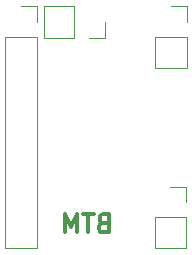
<source format=gbr>
%TF.GenerationSoftware,KiCad,Pcbnew,(5.1.8)-1*%
%TF.CreationDate,2021-01-04T21:32:55+01:00*%
%TF.ProjectId,StepstickAdaptor,53746570-7374-4696-936b-41646170746f,rev?*%
%TF.SameCoordinates,Original*%
%TF.FileFunction,Legend,Bot*%
%TF.FilePolarity,Positive*%
%FSLAX46Y46*%
G04 Gerber Fmt 4.6, Leading zero omitted, Abs format (unit mm)*
G04 Created by KiCad (PCBNEW (5.1.8)-1) date 2021-01-04 21:32:55*
%MOMM*%
%LPD*%
G01*
G04 APERTURE LIST*
%ADD10C,0.304800*%
%ADD11C,0.120000*%
G04 APERTURE END LIST*
D10*
X133232071Y-95204642D02*
X133014357Y-95277214D01*
X132941785Y-95349785D01*
X132869214Y-95494928D01*
X132869214Y-95712642D01*
X132941785Y-95857785D01*
X133014357Y-95930357D01*
X133159500Y-96002928D01*
X133740071Y-96002928D01*
X133740071Y-94478928D01*
X133232071Y-94478928D01*
X133086928Y-94551500D01*
X133014357Y-94624071D01*
X132941785Y-94769214D01*
X132941785Y-94914357D01*
X133014357Y-95059500D01*
X133086928Y-95132071D01*
X133232071Y-95204642D01*
X133740071Y-95204642D01*
X132433785Y-94478928D02*
X131562928Y-94478928D01*
X131998357Y-96002928D02*
X131998357Y-94478928D01*
X131054928Y-96002928D02*
X131054928Y-94478928D01*
X130546928Y-95567500D01*
X130038928Y-94478928D01*
X130038928Y-96002928D01*
D11*
%TO.C,J6*%
X140268000Y-97342000D02*
X137608000Y-97342000D01*
X140268000Y-94742000D02*
X140268000Y-97342000D01*
X137608000Y-94742000D02*
X137608000Y-97342000D01*
X140268000Y-94742000D02*
X137608000Y-94742000D01*
X140268000Y-93472000D02*
X140268000Y-92142000D01*
X140268000Y-92142000D02*
X138938000Y-92142000D01*
%TO.C,J5*%
X140318800Y-82063900D02*
X137658800Y-82063900D01*
X140318800Y-79463900D02*
X140318800Y-82063900D01*
X137658800Y-79463900D02*
X137658800Y-82063900D01*
X140318800Y-79463900D02*
X137658800Y-79463900D01*
X140318800Y-78193900D02*
X140318800Y-76863900D01*
X140318800Y-76863900D02*
X138988800Y-76863900D01*
%TO.C,J4*%
X133410000Y-79511200D02*
X133410000Y-78181200D01*
X132080000Y-79511200D02*
X133410000Y-79511200D01*
X130810000Y-79511200D02*
X130810000Y-76851200D01*
X130810000Y-76851200D02*
X128210000Y-76851200D01*
X130810000Y-79511200D02*
X128210000Y-79511200D01*
X128210000Y-79511200D02*
X128210000Y-76851200D01*
%TO.C,J2*%
X127618800Y-76863900D02*
X126288800Y-76863900D01*
X127618800Y-78193900D02*
X127618800Y-76863900D01*
X127618800Y-79463900D02*
X124958800Y-79463900D01*
X124958800Y-79463900D02*
X124958800Y-97303900D01*
X127618800Y-79463900D02*
X127618800Y-97303900D01*
X127618800Y-97303900D02*
X124958800Y-97303900D01*
%TD*%
M02*

</source>
